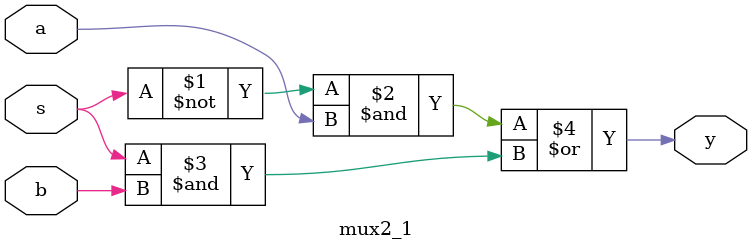
<source format=v>
module mux4_1(LEDR,SW); 
 input [5:0]SW; 
 output [1:0]LEDR; 
 wire tmp1,tmp2; 
	mux2_1 M0 (tmp1,SW[2],SW[3],SW[0]); 
	mux2_1 M1 (tmp2,SW[4],SW[5],SW[0]); 
	mux2_1 M2 (LEDR[0],tmp1,tmp2,SW[1]); 
endmodule 


//modul con mux2_1 
module mux2_1(y,a,b,s); 
	input a,b,s; 
	output y;
		assign y = (~s & a) | (s & b); 
endmodule 

</source>
